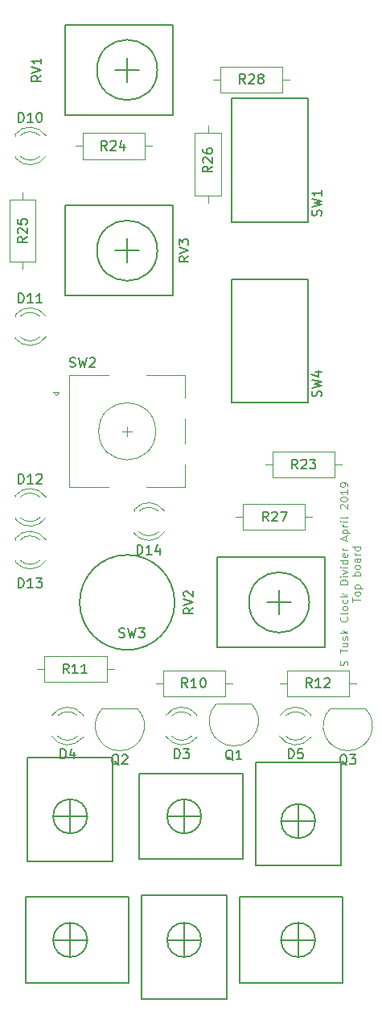
<source format=gbr>
G04 #@! TF.GenerationSoftware,KiCad,Pcbnew,(5.0.1)-3*
G04 #@! TF.CreationDate,2019-04-01T17:24:46+01:00*
G04 #@! TF.ProjectId,Fractional Clock divider PCB1 top board,4672616374696F6E616C20436C6F636B,rev?*
G04 #@! TF.SameCoordinates,Original*
G04 #@! TF.FileFunction,Legend,Top*
G04 #@! TF.FilePolarity,Positive*
%FSLAX46Y46*%
G04 Gerber Fmt 4.6, Leading zero omitted, Abs format (unit mm)*
G04 Created by KiCad (PCBNEW (5.0.1)-3) date 01/04/2019 17:24:46*
%MOMM*%
%LPD*%
G01*
G04 APERTURE LIST*
%ADD10C,0.100000*%
%ADD11C,0.150000*%
%ADD12C,0.120000*%
G04 APERTURE END LIST*
D10*
X52173809Y-84619047D02*
X52211904Y-84504761D01*
X52211904Y-84314285D01*
X52173809Y-84238095D01*
X52135714Y-84200000D01*
X52059523Y-84161904D01*
X51983333Y-84161904D01*
X51907142Y-84200000D01*
X51869047Y-84238095D01*
X51830952Y-84314285D01*
X51792857Y-84466666D01*
X51754761Y-84542857D01*
X51716666Y-84580952D01*
X51640476Y-84619047D01*
X51564285Y-84619047D01*
X51488095Y-84580952D01*
X51450000Y-84542857D01*
X51411904Y-84466666D01*
X51411904Y-84276190D01*
X51450000Y-84161904D01*
X51411904Y-83323809D02*
X51411904Y-82866666D01*
X52211904Y-83095238D02*
X51411904Y-83095238D01*
X51678571Y-82257142D02*
X52211904Y-82257142D01*
X51678571Y-82600000D02*
X52097619Y-82600000D01*
X52173809Y-82561904D01*
X52211904Y-82485714D01*
X52211904Y-82371428D01*
X52173809Y-82295238D01*
X52135714Y-82257142D01*
X52173809Y-81914285D02*
X52211904Y-81838095D01*
X52211904Y-81685714D01*
X52173809Y-81609523D01*
X52097619Y-81571428D01*
X52059523Y-81571428D01*
X51983333Y-81609523D01*
X51945238Y-81685714D01*
X51945238Y-81800000D01*
X51907142Y-81876190D01*
X51830952Y-81914285D01*
X51792857Y-81914285D01*
X51716666Y-81876190D01*
X51678571Y-81800000D01*
X51678571Y-81685714D01*
X51716666Y-81609523D01*
X52211904Y-81228571D02*
X51411904Y-81228571D01*
X51907142Y-81152380D02*
X52211904Y-80923809D01*
X51678571Y-80923809D02*
X51983333Y-81228571D01*
X52135714Y-79514285D02*
X52173809Y-79552380D01*
X52211904Y-79666666D01*
X52211904Y-79742857D01*
X52173809Y-79857142D01*
X52097619Y-79933333D01*
X52021428Y-79971428D01*
X51869047Y-80009523D01*
X51754761Y-80009523D01*
X51602380Y-79971428D01*
X51526190Y-79933333D01*
X51450000Y-79857142D01*
X51411904Y-79742857D01*
X51411904Y-79666666D01*
X51450000Y-79552380D01*
X51488095Y-79514285D01*
X52211904Y-79057142D02*
X52173809Y-79133333D01*
X52097619Y-79171428D01*
X51411904Y-79171428D01*
X52211904Y-78638095D02*
X52173809Y-78714285D01*
X52135714Y-78752380D01*
X52059523Y-78790476D01*
X51830952Y-78790476D01*
X51754761Y-78752380D01*
X51716666Y-78714285D01*
X51678571Y-78638095D01*
X51678571Y-78523809D01*
X51716666Y-78447619D01*
X51754761Y-78409523D01*
X51830952Y-78371428D01*
X52059523Y-78371428D01*
X52135714Y-78409523D01*
X52173809Y-78447619D01*
X52211904Y-78523809D01*
X52211904Y-78638095D01*
X52173809Y-77685714D02*
X52211904Y-77761904D01*
X52211904Y-77914285D01*
X52173809Y-77990476D01*
X52135714Y-78028571D01*
X52059523Y-78066666D01*
X51830952Y-78066666D01*
X51754761Y-78028571D01*
X51716666Y-77990476D01*
X51678571Y-77914285D01*
X51678571Y-77761904D01*
X51716666Y-77685714D01*
X52211904Y-77342857D02*
X51411904Y-77342857D01*
X51907142Y-77266666D02*
X52211904Y-77038095D01*
X51678571Y-77038095D02*
X51983333Y-77342857D01*
X52211904Y-76085714D02*
X51411904Y-76085714D01*
X51411904Y-75895238D01*
X51450000Y-75780952D01*
X51526190Y-75704761D01*
X51602380Y-75666666D01*
X51754761Y-75628571D01*
X51869047Y-75628571D01*
X52021428Y-75666666D01*
X52097619Y-75704761D01*
X52173809Y-75780952D01*
X52211904Y-75895238D01*
X52211904Y-76085714D01*
X52211904Y-75285714D02*
X51678571Y-75285714D01*
X51411904Y-75285714D02*
X51450000Y-75323809D01*
X51488095Y-75285714D01*
X51450000Y-75247619D01*
X51411904Y-75285714D01*
X51488095Y-75285714D01*
X51678571Y-74980952D02*
X52211904Y-74790476D01*
X51678571Y-74600000D01*
X52211904Y-74295238D02*
X51678571Y-74295238D01*
X51411904Y-74295238D02*
X51450000Y-74333333D01*
X51488095Y-74295238D01*
X51450000Y-74257142D01*
X51411904Y-74295238D01*
X51488095Y-74295238D01*
X52211904Y-73571428D02*
X51411904Y-73571428D01*
X52173809Y-73571428D02*
X52211904Y-73647619D01*
X52211904Y-73800000D01*
X52173809Y-73876190D01*
X52135714Y-73914285D01*
X52059523Y-73952380D01*
X51830952Y-73952380D01*
X51754761Y-73914285D01*
X51716666Y-73876190D01*
X51678571Y-73800000D01*
X51678571Y-73647619D01*
X51716666Y-73571428D01*
X52173809Y-72885714D02*
X52211904Y-72961904D01*
X52211904Y-73114285D01*
X52173809Y-73190476D01*
X52097619Y-73228571D01*
X51792857Y-73228571D01*
X51716666Y-73190476D01*
X51678571Y-73114285D01*
X51678571Y-72961904D01*
X51716666Y-72885714D01*
X51792857Y-72847619D01*
X51869047Y-72847619D01*
X51945238Y-73228571D01*
X52211904Y-72504761D02*
X51678571Y-72504761D01*
X51830952Y-72504761D02*
X51754761Y-72466666D01*
X51716666Y-72428571D01*
X51678571Y-72352380D01*
X51678571Y-72276190D01*
X51983333Y-71438095D02*
X51983333Y-71057142D01*
X52211904Y-71514285D02*
X51411904Y-71247619D01*
X52211904Y-70980952D01*
X51678571Y-70714285D02*
X52478571Y-70714285D01*
X51716666Y-70714285D02*
X51678571Y-70638095D01*
X51678571Y-70485714D01*
X51716666Y-70409523D01*
X51754761Y-70371428D01*
X51830952Y-70333333D01*
X52059523Y-70333333D01*
X52135714Y-70371428D01*
X52173809Y-70409523D01*
X52211904Y-70485714D01*
X52211904Y-70638095D01*
X52173809Y-70714285D01*
X52211904Y-69990476D02*
X51678571Y-69990476D01*
X51830952Y-69990476D02*
X51754761Y-69952380D01*
X51716666Y-69914285D01*
X51678571Y-69838095D01*
X51678571Y-69761904D01*
X52211904Y-69495238D02*
X51678571Y-69495238D01*
X51411904Y-69495238D02*
X51450000Y-69533333D01*
X51488095Y-69495238D01*
X51450000Y-69457142D01*
X51411904Y-69495238D01*
X51488095Y-69495238D01*
X52211904Y-69000000D02*
X52173809Y-69076190D01*
X52097619Y-69114285D01*
X51411904Y-69114285D01*
X51488095Y-68123809D02*
X51450000Y-68085714D01*
X51411904Y-68009523D01*
X51411904Y-67819047D01*
X51450000Y-67742857D01*
X51488095Y-67704761D01*
X51564285Y-67666666D01*
X51640476Y-67666666D01*
X51754761Y-67704761D01*
X52211904Y-68161904D01*
X52211904Y-67666666D01*
X51411904Y-67171428D02*
X51411904Y-67095238D01*
X51450000Y-67019047D01*
X51488095Y-66980952D01*
X51564285Y-66942857D01*
X51716666Y-66904761D01*
X51907142Y-66904761D01*
X52059523Y-66942857D01*
X52135714Y-66980952D01*
X52173809Y-67019047D01*
X52211904Y-67095238D01*
X52211904Y-67171428D01*
X52173809Y-67247619D01*
X52135714Y-67285714D01*
X52059523Y-67323809D01*
X51907142Y-67361904D01*
X51716666Y-67361904D01*
X51564285Y-67323809D01*
X51488095Y-67285714D01*
X51450000Y-67247619D01*
X51411904Y-67171428D01*
X52211904Y-66142857D02*
X52211904Y-66600000D01*
X52211904Y-66371428D02*
X51411904Y-66371428D01*
X51526190Y-66447619D01*
X51602380Y-66523809D01*
X51640476Y-66600000D01*
X52211904Y-65761904D02*
X52211904Y-65609523D01*
X52173809Y-65533333D01*
X52135714Y-65495238D01*
X52021428Y-65419047D01*
X51869047Y-65380952D01*
X51564285Y-65380952D01*
X51488095Y-65419047D01*
X51450000Y-65457142D01*
X51411904Y-65533333D01*
X51411904Y-65685714D01*
X51450000Y-65761904D01*
X51488095Y-65800000D01*
X51564285Y-65838095D01*
X51754761Y-65838095D01*
X51830952Y-65800000D01*
X51869047Y-65761904D01*
X51907142Y-65685714D01*
X51907142Y-65533333D01*
X51869047Y-65457142D01*
X51830952Y-65419047D01*
X51754761Y-65380952D01*
X52711904Y-77952380D02*
X52711904Y-77495238D01*
X53511904Y-77723809D02*
X52711904Y-77723809D01*
X53511904Y-77114285D02*
X53473809Y-77190476D01*
X53435714Y-77228571D01*
X53359523Y-77266666D01*
X53130952Y-77266666D01*
X53054761Y-77228571D01*
X53016666Y-77190476D01*
X52978571Y-77114285D01*
X52978571Y-77000000D01*
X53016666Y-76923809D01*
X53054761Y-76885714D01*
X53130952Y-76847619D01*
X53359523Y-76847619D01*
X53435714Y-76885714D01*
X53473809Y-76923809D01*
X53511904Y-77000000D01*
X53511904Y-77114285D01*
X52978571Y-76504761D02*
X53778571Y-76504761D01*
X53016666Y-76504761D02*
X52978571Y-76428571D01*
X52978571Y-76276190D01*
X53016666Y-76200000D01*
X53054761Y-76161904D01*
X53130952Y-76123809D01*
X53359523Y-76123809D01*
X53435714Y-76161904D01*
X53473809Y-76200000D01*
X53511904Y-76276190D01*
X53511904Y-76428571D01*
X53473809Y-76504761D01*
X53511904Y-75171428D02*
X52711904Y-75171428D01*
X53016666Y-75171428D02*
X52978571Y-75095238D01*
X52978571Y-74942857D01*
X53016666Y-74866666D01*
X53054761Y-74828571D01*
X53130952Y-74790476D01*
X53359523Y-74790476D01*
X53435714Y-74828571D01*
X53473809Y-74866666D01*
X53511904Y-74942857D01*
X53511904Y-75095238D01*
X53473809Y-75171428D01*
X53511904Y-74333333D02*
X53473809Y-74409523D01*
X53435714Y-74447619D01*
X53359523Y-74485714D01*
X53130952Y-74485714D01*
X53054761Y-74447619D01*
X53016666Y-74409523D01*
X52978571Y-74333333D01*
X52978571Y-74219047D01*
X53016666Y-74142857D01*
X53054761Y-74104761D01*
X53130952Y-74066666D01*
X53359523Y-74066666D01*
X53435714Y-74104761D01*
X53473809Y-74142857D01*
X53511904Y-74219047D01*
X53511904Y-74333333D01*
X53511904Y-73380952D02*
X53092857Y-73380952D01*
X53016666Y-73419047D01*
X52978571Y-73495238D01*
X52978571Y-73647619D01*
X53016666Y-73723809D01*
X53473809Y-73380952D02*
X53511904Y-73457142D01*
X53511904Y-73647619D01*
X53473809Y-73723809D01*
X53397619Y-73761904D01*
X53321428Y-73761904D01*
X53245238Y-73723809D01*
X53207142Y-73647619D01*
X53207142Y-73457142D01*
X53169047Y-73380952D01*
X53511904Y-73000000D02*
X52978571Y-73000000D01*
X53130952Y-73000000D02*
X53054761Y-72961904D01*
X53016666Y-72923809D01*
X52978571Y-72847619D01*
X52978571Y-72771428D01*
X53511904Y-72161904D02*
X52711904Y-72161904D01*
X53473809Y-72161904D02*
X53511904Y-72238095D01*
X53511904Y-72390476D01*
X53473809Y-72466666D01*
X53435714Y-72504761D01*
X53359523Y-72542857D01*
X53130952Y-72542857D01*
X53054761Y-72504761D01*
X53016666Y-72466666D01*
X52978571Y-72390476D01*
X52978571Y-72238095D01*
X53016666Y-72161904D01*
D11*
G04 #@! TO.C,CV_in1*
X40800000Y-118000000D02*
X40800000Y-109000000D01*
X51700000Y-118000000D02*
X51700000Y-109000000D01*
X40800000Y-118000000D02*
X51700000Y-118000000D01*
X40800000Y-109000000D02*
X51700000Y-109000000D01*
X48800000Y-113500000D02*
G75*
G03X48800000Y-113500000I-1800000J0D01*
G01*
X45200000Y-113500000D02*
X48800000Y-113500000D01*
X47000000Y-115300000D02*
X47000000Y-111700000D01*
G04 #@! TO.C,Reset_In1*
X39500000Y-119700000D02*
X30500000Y-119700000D01*
X39500000Y-108800000D02*
X30500000Y-108800000D01*
X39500000Y-119700000D02*
X39500000Y-108800000D01*
X30500000Y-119700000D02*
X30500000Y-108800000D01*
X36800000Y-113500000D02*
G75*
G03X36800000Y-113500000I-1800000J0D01*
G01*
X35000000Y-115300000D02*
X35000000Y-111700000D01*
X36800000Y-113500000D02*
X33200000Y-113500000D01*
G04 #@! TO.C,Trigger/Clock_in1*
X29200000Y-109000000D02*
X29200000Y-118000000D01*
X18300000Y-109000000D02*
X18300000Y-118000000D01*
X29200000Y-109000000D02*
X18300000Y-109000000D01*
X29200000Y-118000000D02*
X18300000Y-118000000D01*
X24800000Y-113500000D02*
G75*
G03X24800000Y-113500000I-1800000J0D01*
G01*
X24800000Y-113500000D02*
X21200000Y-113500000D01*
X23000000Y-111700000D02*
X23000000Y-115300000D01*
G04 #@! TO.C,DigiThruJack1*
X42500000Y-94800000D02*
X51500000Y-94800000D01*
X42500000Y-105700000D02*
X51500000Y-105700000D01*
X42500000Y-94800000D02*
X42500000Y-105700000D01*
X51500000Y-94800000D02*
X51500000Y-105700000D01*
X48800000Y-101000000D02*
G75*
G03X48800000Y-101000000I-1800000J0D01*
G01*
X47000000Y-99200000D02*
X47000000Y-102800000D01*
X45200000Y-101000000D02*
X48800000Y-101000000D01*
G04 #@! TO.C,CycleOutJack1*
X41200000Y-96000000D02*
X41200000Y-105000000D01*
X30300000Y-96000000D02*
X30300000Y-105000000D01*
X41200000Y-96000000D02*
X30300000Y-96000000D01*
X41200000Y-105000000D02*
X30300000Y-105000000D01*
X36800000Y-100500000D02*
G75*
G03X36800000Y-100500000I-1800000J0D01*
G01*
X36800000Y-100500000D02*
X33200000Y-100500000D01*
X35000000Y-98700000D02*
X35000000Y-102300000D01*
G04 #@! TO.C,DigiOutJack1*
X18500000Y-94300000D02*
X27500000Y-94300000D01*
X18500000Y-105200000D02*
X27500000Y-105200000D01*
X18500000Y-94300000D02*
X18500000Y-105200000D01*
X27500000Y-94300000D02*
X27500000Y-105200000D01*
X24800000Y-100500000D02*
G75*
G03X24800000Y-100500000I-1800000J0D01*
G01*
X23000000Y-98700000D02*
X23000000Y-102300000D01*
X21200000Y-100500000D02*
X24800000Y-100500000D01*
G04 #@! TO.C,RV1*
X33850000Y-17250000D02*
X33850000Y-26750000D01*
X22500000Y-17250000D02*
X22500000Y-26750000D01*
X33850000Y-26750000D02*
X22500000Y-26750000D01*
X33850000Y-17250000D02*
X22500000Y-17250000D01*
X32175000Y-22000000D02*
G75*
G03X32175000Y-22000000I-3175000J0D01*
G01*
X30270000Y-22000000D02*
X27730000Y-22000000D01*
X29000000Y-20730000D02*
X29000000Y-23270000D01*
G04 #@! TO.C,RV2*
X49850000Y-73250000D02*
X49850000Y-82750000D01*
X38500000Y-73250000D02*
X38500000Y-82750000D01*
X49850000Y-82750000D02*
X38500000Y-82750000D01*
X49850000Y-73250000D02*
X38500000Y-73250000D01*
X48175000Y-78000000D02*
G75*
G03X48175000Y-78000000I-3175000J0D01*
G01*
X46270000Y-78000000D02*
X43730000Y-78000000D01*
X45000000Y-76730000D02*
X45000000Y-79270000D01*
G04 #@! TO.C,RV3*
X33850000Y-36250000D02*
X33850000Y-45750000D01*
X22500000Y-36250000D02*
X22500000Y-45750000D01*
X33850000Y-45750000D02*
X22500000Y-45750000D01*
X33850000Y-36250000D02*
X22500000Y-36250000D01*
X32175000Y-41000000D02*
G75*
G03X32175000Y-41000000I-3175000J0D01*
G01*
X30270000Y-41000000D02*
X27730000Y-41000000D01*
X29000000Y-39730000D02*
X29000000Y-42270000D01*
D12*
G04 #@! TO.C,R27*
X41150000Y-67630000D02*
X41150000Y-70370000D01*
X41150000Y-70370000D02*
X47690000Y-70370000D01*
X47690000Y-70370000D02*
X47690000Y-67630000D01*
X47690000Y-67630000D02*
X41150000Y-67630000D01*
X40380000Y-69000000D02*
X41150000Y-69000000D01*
X48460000Y-69000000D02*
X47690000Y-69000000D01*
G04 #@! TO.C,D3*
X36290000Y-89920000D02*
X36290000Y-89764000D01*
X36290000Y-92236000D02*
X36290000Y-92080000D01*
X33688870Y-89920163D02*
G75*
G02X35770961Y-89920000I1041130J-1079837D01*
G01*
X33688870Y-92079837D02*
G75*
G03X35770961Y-92080000I1041130J1079837D01*
G01*
X33057665Y-89921392D02*
G75*
G02X36290000Y-89764484I1672335J-1078608D01*
G01*
X33057665Y-92078608D02*
G75*
G03X36290000Y-92235516I1672335J1078608D01*
G01*
G04 #@! TO.C,D4*
X21057665Y-92078608D02*
G75*
G03X24290000Y-92235516I1672335J1078608D01*
G01*
X21057665Y-89921392D02*
G75*
G02X24290000Y-89764484I1672335J-1078608D01*
G01*
X21688870Y-92079837D02*
G75*
G03X23770961Y-92080000I1041130J1079837D01*
G01*
X21688870Y-89920163D02*
G75*
G02X23770961Y-89920000I1041130J-1079837D01*
G01*
X24290000Y-92236000D02*
X24290000Y-92080000D01*
X24290000Y-89920000D02*
X24290000Y-89764000D01*
G04 #@! TO.C,D5*
X48290000Y-89920000D02*
X48290000Y-89764000D01*
X48290000Y-92236000D02*
X48290000Y-92080000D01*
X45688870Y-89920163D02*
G75*
G02X47770961Y-89920000I1041130J-1079837D01*
G01*
X45688870Y-92079837D02*
G75*
G03X47770961Y-92080000I1041130J1079837D01*
G01*
X45057665Y-89921392D02*
G75*
G02X48290000Y-89764484I1672335J-1078608D01*
G01*
X45057665Y-92078608D02*
G75*
G03X48290000Y-92235516I1672335J1078608D01*
G01*
G04 #@! TO.C,D10*
X20442335Y-28921392D02*
G75*
G03X17210000Y-28764484I-1672335J-1078608D01*
G01*
X20442335Y-31078608D02*
G75*
G02X17210000Y-31235516I-1672335J1078608D01*
G01*
X19811130Y-28920163D02*
G75*
G03X17729039Y-28920000I-1041130J-1079837D01*
G01*
X19811130Y-31079837D02*
G75*
G02X17729039Y-31080000I-1041130J1079837D01*
G01*
X17210000Y-28764000D02*
X17210000Y-28920000D01*
X17210000Y-31080000D02*
X17210000Y-31236000D01*
G04 #@! TO.C,D11*
X17210000Y-50080000D02*
X17210000Y-50236000D01*
X17210000Y-47764000D02*
X17210000Y-47920000D01*
X19811130Y-50079837D02*
G75*
G02X17729039Y-50080000I-1041130J1079837D01*
G01*
X19811130Y-47920163D02*
G75*
G03X17729039Y-47920000I-1041130J-1079837D01*
G01*
X20442335Y-50078608D02*
G75*
G02X17210000Y-50235516I-1672335J1078608D01*
G01*
X20442335Y-47921392D02*
G75*
G03X17210000Y-47764484I-1672335J-1078608D01*
G01*
G04 #@! TO.C,D12*
X20442335Y-66921392D02*
G75*
G03X17210000Y-66764484I-1672335J-1078608D01*
G01*
X20442335Y-69078608D02*
G75*
G02X17210000Y-69235516I-1672335J1078608D01*
G01*
X19811130Y-66920163D02*
G75*
G03X17729039Y-66920000I-1041130J-1079837D01*
G01*
X19811130Y-69079837D02*
G75*
G02X17729039Y-69080000I-1041130J1079837D01*
G01*
X17210000Y-66764000D02*
X17210000Y-66920000D01*
X17210000Y-69080000D02*
X17210000Y-69236000D01*
G04 #@! TO.C,D13*
X20442335Y-71421392D02*
G75*
G03X17210000Y-71264484I-1672335J-1078608D01*
G01*
X20442335Y-73578608D02*
G75*
G02X17210000Y-73735516I-1672335J1078608D01*
G01*
X19811130Y-71420163D02*
G75*
G03X17729039Y-71420000I-1041130J-1079837D01*
G01*
X19811130Y-73579837D02*
G75*
G02X17729039Y-73580000I-1041130J1079837D01*
G01*
X17210000Y-71264000D02*
X17210000Y-71420000D01*
X17210000Y-73580000D02*
X17210000Y-73736000D01*
G04 #@! TO.C,D14*
X29710000Y-70580000D02*
X29710000Y-70736000D01*
X29710000Y-68264000D02*
X29710000Y-68420000D01*
X32311130Y-70579837D02*
G75*
G02X30229039Y-70580000I-1041130J1079837D01*
G01*
X32311130Y-68420163D02*
G75*
G03X30229039Y-68420000I-1041130J-1079837D01*
G01*
X32942335Y-70578608D02*
G75*
G02X29710000Y-70735516I-1672335J1078608D01*
G01*
X32942335Y-68421392D02*
G75*
G03X29710000Y-68264484I-1672335J-1078608D01*
G01*
G04 #@! TO.C,Q1*
X42030000Y-88650000D02*
X38430000Y-88650000D01*
X42068478Y-88661522D02*
G75*
G02X40230000Y-93100000I-1838478J-1838478D01*
G01*
X38391522Y-88661522D02*
G75*
G03X40230000Y-93100000I1838478J-1838478D01*
G01*
G04 #@! TO.C,Q2*
X30030000Y-89150000D02*
X26430000Y-89150000D01*
X30068478Y-89161522D02*
G75*
G02X28230000Y-93600000I-1838478J-1838478D01*
G01*
X26391522Y-89161522D02*
G75*
G03X28230000Y-93600000I1838478J-1838478D01*
G01*
G04 #@! TO.C,Q3*
X50391522Y-89161522D02*
G75*
G03X52230000Y-93600000I1838478J-1838478D01*
G01*
X54068478Y-89161522D02*
G75*
G02X52230000Y-93600000I-1838478J-1838478D01*
G01*
X54030000Y-89150000D02*
X50430000Y-89150000D01*
G04 #@! TO.C,R10*
X40120000Y-86500000D02*
X39350000Y-86500000D01*
X32040000Y-86500000D02*
X32810000Y-86500000D01*
X39350000Y-85130000D02*
X32810000Y-85130000D01*
X39350000Y-87870000D02*
X39350000Y-85130000D01*
X32810000Y-87870000D02*
X39350000Y-87870000D01*
X32810000Y-85130000D02*
X32810000Y-87870000D01*
G04 #@! TO.C,R11*
X20310000Y-83630000D02*
X20310000Y-86370000D01*
X20310000Y-86370000D02*
X26850000Y-86370000D01*
X26850000Y-86370000D02*
X26850000Y-83630000D01*
X26850000Y-83630000D02*
X20310000Y-83630000D01*
X19540000Y-85000000D02*
X20310000Y-85000000D01*
X27620000Y-85000000D02*
X26850000Y-85000000D01*
G04 #@! TO.C,R12*
X53120000Y-86500000D02*
X52350000Y-86500000D01*
X45040000Y-86500000D02*
X45810000Y-86500000D01*
X52350000Y-85130000D02*
X45810000Y-85130000D01*
X52350000Y-87870000D02*
X52350000Y-85130000D01*
X45810000Y-87870000D02*
X52350000Y-87870000D01*
X45810000Y-85130000D02*
X45810000Y-87870000D01*
G04 #@! TO.C,R23*
X51620000Y-63500000D02*
X50850000Y-63500000D01*
X43540000Y-63500000D02*
X44310000Y-63500000D01*
X50850000Y-62130000D02*
X44310000Y-62130000D01*
X50850000Y-64870000D02*
X50850000Y-62130000D01*
X44310000Y-64870000D02*
X50850000Y-64870000D01*
X44310000Y-62130000D02*
X44310000Y-64870000D01*
G04 #@! TO.C,R24*
X31620000Y-30000000D02*
X30850000Y-30000000D01*
X23540000Y-30000000D02*
X24310000Y-30000000D01*
X30850000Y-28630000D02*
X24310000Y-28630000D01*
X30850000Y-31370000D02*
X30850000Y-28630000D01*
X24310000Y-31370000D02*
X30850000Y-31370000D01*
X24310000Y-28630000D02*
X24310000Y-31370000D01*
G04 #@! TO.C,R25*
X16630000Y-42190000D02*
X19370000Y-42190000D01*
X19370000Y-42190000D02*
X19370000Y-35650000D01*
X19370000Y-35650000D02*
X16630000Y-35650000D01*
X16630000Y-35650000D02*
X16630000Y-42190000D01*
X18000000Y-42960000D02*
X18000000Y-42190000D01*
X18000000Y-34880000D02*
X18000000Y-35650000D01*
G04 #@! TO.C,R26*
X37500000Y-27880000D02*
X37500000Y-28650000D01*
X37500000Y-35960000D02*
X37500000Y-35190000D01*
X36130000Y-28650000D02*
X36130000Y-35190000D01*
X38870000Y-28650000D02*
X36130000Y-28650000D01*
X38870000Y-35190000D02*
X38870000Y-28650000D01*
X36130000Y-35190000D02*
X38870000Y-35190000D01*
G04 #@! TO.C,R28*
X38810000Y-21630000D02*
X38810000Y-24370000D01*
X38810000Y-24370000D02*
X45350000Y-24370000D01*
X45350000Y-24370000D02*
X45350000Y-21630000D01*
X45350000Y-21630000D02*
X38810000Y-21630000D01*
X38040000Y-23000000D02*
X38810000Y-23000000D01*
X46120000Y-23000000D02*
X45350000Y-23000000D01*
D11*
G04 #@! TO.C,SW1*
X48000000Y-38000000D02*
X40000000Y-38000000D01*
X48000000Y-25000000D02*
X48000000Y-38000000D01*
X40000000Y-25000000D02*
X48000000Y-25000000D01*
X40000000Y-38000000D02*
X40000000Y-25000000D01*
D12*
G04 #@! TO.C,SW2*
X32000000Y-60000000D02*
G75*
G03X32000000Y-60000000I-3000000J0D01*
G01*
X31000000Y-54100000D02*
X35100000Y-54100000D01*
X35100000Y-65900000D02*
X31000000Y-65900000D01*
X27000000Y-65900000D02*
X22900000Y-65900000D01*
X27000000Y-54100000D02*
X22900000Y-54100000D01*
X22900000Y-54100000D02*
X22900000Y-65900000D01*
X21500000Y-56200000D02*
X21200000Y-55900000D01*
X21200000Y-55900000D02*
X21800000Y-55900000D01*
X21800000Y-55900000D02*
X21500000Y-56200000D01*
X35100000Y-54100000D02*
X35100000Y-56500000D01*
X35100000Y-58700000D02*
X35100000Y-61300000D01*
X35100000Y-63500000D02*
X35100000Y-65900000D01*
X29000000Y-59500000D02*
X29000000Y-60500000D01*
X28500000Y-60000000D02*
X29500000Y-60000000D01*
D11*
G04 #@! TO.C,SW3*
X34000000Y-78000000D02*
G75*
G03X34000000Y-78000000I-5000000J0D01*
G01*
G04 #@! TO.C,SW4*
X40000000Y-57000000D02*
X40000000Y-44000000D01*
X40000000Y-44000000D02*
X48000000Y-44000000D01*
X48000000Y-44000000D02*
X48000000Y-57000000D01*
X48000000Y-57000000D02*
X40000000Y-57000000D01*
G04 #@! TO.C,RV1*
X19952380Y-22595238D02*
X19476190Y-22928571D01*
X19952380Y-23166666D02*
X18952380Y-23166666D01*
X18952380Y-22785714D01*
X19000000Y-22690476D01*
X19047619Y-22642857D01*
X19142857Y-22595238D01*
X19285714Y-22595238D01*
X19380952Y-22642857D01*
X19428571Y-22690476D01*
X19476190Y-22785714D01*
X19476190Y-23166666D01*
X18952380Y-22309523D02*
X19952380Y-21976190D01*
X18952380Y-21642857D01*
X19952380Y-20785714D02*
X19952380Y-21357142D01*
X19952380Y-21071428D02*
X18952380Y-21071428D01*
X19095238Y-21166666D01*
X19190476Y-21261904D01*
X19238095Y-21357142D01*
G04 #@! TO.C,RV2*
X35952380Y-78595238D02*
X35476190Y-78928571D01*
X35952380Y-79166666D02*
X34952380Y-79166666D01*
X34952380Y-78785714D01*
X35000000Y-78690476D01*
X35047619Y-78642857D01*
X35142857Y-78595238D01*
X35285714Y-78595238D01*
X35380952Y-78642857D01*
X35428571Y-78690476D01*
X35476190Y-78785714D01*
X35476190Y-79166666D01*
X34952380Y-78309523D02*
X35952380Y-77976190D01*
X34952380Y-77642857D01*
X35047619Y-77357142D02*
X35000000Y-77309523D01*
X34952380Y-77214285D01*
X34952380Y-76976190D01*
X35000000Y-76880952D01*
X35047619Y-76833333D01*
X35142857Y-76785714D01*
X35238095Y-76785714D01*
X35380952Y-76833333D01*
X35952380Y-77404761D01*
X35952380Y-76785714D01*
G04 #@! TO.C,RV3*
X35452380Y-41595238D02*
X34976190Y-41928571D01*
X35452380Y-42166666D02*
X34452380Y-42166666D01*
X34452380Y-41785714D01*
X34500000Y-41690476D01*
X34547619Y-41642857D01*
X34642857Y-41595238D01*
X34785714Y-41595238D01*
X34880952Y-41642857D01*
X34928571Y-41690476D01*
X34976190Y-41785714D01*
X34976190Y-42166666D01*
X34452380Y-41309523D02*
X35452380Y-40976190D01*
X34452380Y-40642857D01*
X34452380Y-40404761D02*
X34452380Y-39785714D01*
X34833333Y-40119047D01*
X34833333Y-39976190D01*
X34880952Y-39880952D01*
X34928571Y-39833333D01*
X35023809Y-39785714D01*
X35261904Y-39785714D01*
X35357142Y-39833333D01*
X35404761Y-39880952D01*
X35452380Y-39976190D01*
X35452380Y-40261904D01*
X35404761Y-40357142D01*
X35357142Y-40404761D01*
G04 #@! TO.C,R27*
X43857142Y-69452380D02*
X43523809Y-68976190D01*
X43285714Y-69452380D02*
X43285714Y-68452380D01*
X43666666Y-68452380D01*
X43761904Y-68500000D01*
X43809523Y-68547619D01*
X43857142Y-68642857D01*
X43857142Y-68785714D01*
X43809523Y-68880952D01*
X43761904Y-68928571D01*
X43666666Y-68976190D01*
X43285714Y-68976190D01*
X44238095Y-68547619D02*
X44285714Y-68500000D01*
X44380952Y-68452380D01*
X44619047Y-68452380D01*
X44714285Y-68500000D01*
X44761904Y-68547619D01*
X44809523Y-68642857D01*
X44809523Y-68738095D01*
X44761904Y-68880952D01*
X44190476Y-69452380D01*
X44809523Y-69452380D01*
X45142857Y-68452380D02*
X45809523Y-68452380D01*
X45380952Y-69452380D01*
G04 #@! TO.C,D3*
X33991904Y-94412380D02*
X33991904Y-93412380D01*
X34230000Y-93412380D01*
X34372857Y-93460000D01*
X34468095Y-93555238D01*
X34515714Y-93650476D01*
X34563333Y-93840952D01*
X34563333Y-93983809D01*
X34515714Y-94174285D01*
X34468095Y-94269523D01*
X34372857Y-94364761D01*
X34230000Y-94412380D01*
X33991904Y-94412380D01*
X34896666Y-93412380D02*
X35515714Y-93412380D01*
X35182380Y-93793333D01*
X35325238Y-93793333D01*
X35420476Y-93840952D01*
X35468095Y-93888571D01*
X35515714Y-93983809D01*
X35515714Y-94221904D01*
X35468095Y-94317142D01*
X35420476Y-94364761D01*
X35325238Y-94412380D01*
X35039523Y-94412380D01*
X34944285Y-94364761D01*
X34896666Y-94317142D01*
G04 #@! TO.C,D4*
X21991904Y-94412380D02*
X21991904Y-93412380D01*
X22230000Y-93412380D01*
X22372857Y-93460000D01*
X22468095Y-93555238D01*
X22515714Y-93650476D01*
X22563333Y-93840952D01*
X22563333Y-93983809D01*
X22515714Y-94174285D01*
X22468095Y-94269523D01*
X22372857Y-94364761D01*
X22230000Y-94412380D01*
X21991904Y-94412380D01*
X23420476Y-93745714D02*
X23420476Y-94412380D01*
X23182380Y-93364761D02*
X22944285Y-94079047D01*
X23563333Y-94079047D01*
G04 #@! TO.C,D5*
X45991904Y-94412380D02*
X45991904Y-93412380D01*
X46230000Y-93412380D01*
X46372857Y-93460000D01*
X46468095Y-93555238D01*
X46515714Y-93650476D01*
X46563333Y-93840952D01*
X46563333Y-93983809D01*
X46515714Y-94174285D01*
X46468095Y-94269523D01*
X46372857Y-94364761D01*
X46230000Y-94412380D01*
X45991904Y-94412380D01*
X47468095Y-93412380D02*
X46991904Y-93412380D01*
X46944285Y-93888571D01*
X46991904Y-93840952D01*
X47087142Y-93793333D01*
X47325238Y-93793333D01*
X47420476Y-93840952D01*
X47468095Y-93888571D01*
X47515714Y-93983809D01*
X47515714Y-94221904D01*
X47468095Y-94317142D01*
X47420476Y-94364761D01*
X47325238Y-94412380D01*
X47087142Y-94412380D01*
X46991904Y-94364761D01*
X46944285Y-94317142D01*
G04 #@! TO.C,D10*
X17555714Y-27492380D02*
X17555714Y-26492380D01*
X17793809Y-26492380D01*
X17936666Y-26540000D01*
X18031904Y-26635238D01*
X18079523Y-26730476D01*
X18127142Y-26920952D01*
X18127142Y-27063809D01*
X18079523Y-27254285D01*
X18031904Y-27349523D01*
X17936666Y-27444761D01*
X17793809Y-27492380D01*
X17555714Y-27492380D01*
X19079523Y-27492380D02*
X18508095Y-27492380D01*
X18793809Y-27492380D02*
X18793809Y-26492380D01*
X18698571Y-26635238D01*
X18603333Y-26730476D01*
X18508095Y-26778095D01*
X19698571Y-26492380D02*
X19793809Y-26492380D01*
X19889047Y-26540000D01*
X19936666Y-26587619D01*
X19984285Y-26682857D01*
X20031904Y-26873333D01*
X20031904Y-27111428D01*
X19984285Y-27301904D01*
X19936666Y-27397142D01*
X19889047Y-27444761D01*
X19793809Y-27492380D01*
X19698571Y-27492380D01*
X19603333Y-27444761D01*
X19555714Y-27397142D01*
X19508095Y-27301904D01*
X19460476Y-27111428D01*
X19460476Y-26873333D01*
X19508095Y-26682857D01*
X19555714Y-26587619D01*
X19603333Y-26540000D01*
X19698571Y-26492380D01*
G04 #@! TO.C,D11*
X17555714Y-46492380D02*
X17555714Y-45492380D01*
X17793809Y-45492380D01*
X17936666Y-45540000D01*
X18031904Y-45635238D01*
X18079523Y-45730476D01*
X18127142Y-45920952D01*
X18127142Y-46063809D01*
X18079523Y-46254285D01*
X18031904Y-46349523D01*
X17936666Y-46444761D01*
X17793809Y-46492380D01*
X17555714Y-46492380D01*
X19079523Y-46492380D02*
X18508095Y-46492380D01*
X18793809Y-46492380D02*
X18793809Y-45492380D01*
X18698571Y-45635238D01*
X18603333Y-45730476D01*
X18508095Y-45778095D01*
X20031904Y-46492380D02*
X19460476Y-46492380D01*
X19746190Y-46492380D02*
X19746190Y-45492380D01*
X19650952Y-45635238D01*
X19555714Y-45730476D01*
X19460476Y-45778095D01*
G04 #@! TO.C,D12*
X17555714Y-65492380D02*
X17555714Y-64492380D01*
X17793809Y-64492380D01*
X17936666Y-64540000D01*
X18031904Y-64635238D01*
X18079523Y-64730476D01*
X18127142Y-64920952D01*
X18127142Y-65063809D01*
X18079523Y-65254285D01*
X18031904Y-65349523D01*
X17936666Y-65444761D01*
X17793809Y-65492380D01*
X17555714Y-65492380D01*
X19079523Y-65492380D02*
X18508095Y-65492380D01*
X18793809Y-65492380D02*
X18793809Y-64492380D01*
X18698571Y-64635238D01*
X18603333Y-64730476D01*
X18508095Y-64778095D01*
X19460476Y-64587619D02*
X19508095Y-64540000D01*
X19603333Y-64492380D01*
X19841428Y-64492380D01*
X19936666Y-64540000D01*
X19984285Y-64587619D01*
X20031904Y-64682857D01*
X20031904Y-64778095D01*
X19984285Y-64920952D01*
X19412857Y-65492380D01*
X20031904Y-65492380D01*
G04 #@! TO.C,D13*
X17555714Y-76452380D02*
X17555714Y-75452380D01*
X17793809Y-75452380D01*
X17936666Y-75500000D01*
X18031904Y-75595238D01*
X18079523Y-75690476D01*
X18127142Y-75880952D01*
X18127142Y-76023809D01*
X18079523Y-76214285D01*
X18031904Y-76309523D01*
X17936666Y-76404761D01*
X17793809Y-76452380D01*
X17555714Y-76452380D01*
X19079523Y-76452380D02*
X18508095Y-76452380D01*
X18793809Y-76452380D02*
X18793809Y-75452380D01*
X18698571Y-75595238D01*
X18603333Y-75690476D01*
X18508095Y-75738095D01*
X19412857Y-75452380D02*
X20031904Y-75452380D01*
X19698571Y-75833333D01*
X19841428Y-75833333D01*
X19936666Y-75880952D01*
X19984285Y-75928571D01*
X20031904Y-76023809D01*
X20031904Y-76261904D01*
X19984285Y-76357142D01*
X19936666Y-76404761D01*
X19841428Y-76452380D01*
X19555714Y-76452380D01*
X19460476Y-76404761D01*
X19412857Y-76357142D01*
G04 #@! TO.C,D14*
X30055714Y-72952380D02*
X30055714Y-71952380D01*
X30293809Y-71952380D01*
X30436666Y-72000000D01*
X30531904Y-72095238D01*
X30579523Y-72190476D01*
X30627142Y-72380952D01*
X30627142Y-72523809D01*
X30579523Y-72714285D01*
X30531904Y-72809523D01*
X30436666Y-72904761D01*
X30293809Y-72952380D01*
X30055714Y-72952380D01*
X31579523Y-72952380D02*
X31008095Y-72952380D01*
X31293809Y-72952380D02*
X31293809Y-71952380D01*
X31198571Y-72095238D01*
X31103333Y-72190476D01*
X31008095Y-72238095D01*
X32436666Y-72285714D02*
X32436666Y-72952380D01*
X32198571Y-71904761D02*
X31960476Y-72619047D01*
X32579523Y-72619047D01*
G04 #@! TO.C,Q1*
X40134761Y-94607619D02*
X40039523Y-94560000D01*
X39944285Y-94464761D01*
X39801428Y-94321904D01*
X39706190Y-94274285D01*
X39610952Y-94274285D01*
X39658571Y-94512380D02*
X39563333Y-94464761D01*
X39468095Y-94369523D01*
X39420476Y-94179047D01*
X39420476Y-93845714D01*
X39468095Y-93655238D01*
X39563333Y-93560000D01*
X39658571Y-93512380D01*
X39849047Y-93512380D01*
X39944285Y-93560000D01*
X40039523Y-93655238D01*
X40087142Y-93845714D01*
X40087142Y-94179047D01*
X40039523Y-94369523D01*
X39944285Y-94464761D01*
X39849047Y-94512380D01*
X39658571Y-94512380D01*
X41039523Y-94512380D02*
X40468095Y-94512380D01*
X40753809Y-94512380D02*
X40753809Y-93512380D01*
X40658571Y-93655238D01*
X40563333Y-93750476D01*
X40468095Y-93798095D01*
G04 #@! TO.C,Q2*
X28134761Y-95107619D02*
X28039523Y-95060000D01*
X27944285Y-94964761D01*
X27801428Y-94821904D01*
X27706190Y-94774285D01*
X27610952Y-94774285D01*
X27658571Y-95012380D02*
X27563333Y-94964761D01*
X27468095Y-94869523D01*
X27420476Y-94679047D01*
X27420476Y-94345714D01*
X27468095Y-94155238D01*
X27563333Y-94060000D01*
X27658571Y-94012380D01*
X27849047Y-94012380D01*
X27944285Y-94060000D01*
X28039523Y-94155238D01*
X28087142Y-94345714D01*
X28087142Y-94679047D01*
X28039523Y-94869523D01*
X27944285Y-94964761D01*
X27849047Y-95012380D01*
X27658571Y-95012380D01*
X28468095Y-94107619D02*
X28515714Y-94060000D01*
X28610952Y-94012380D01*
X28849047Y-94012380D01*
X28944285Y-94060000D01*
X28991904Y-94107619D01*
X29039523Y-94202857D01*
X29039523Y-94298095D01*
X28991904Y-94440952D01*
X28420476Y-95012380D01*
X29039523Y-95012380D01*
G04 #@! TO.C,Q3*
X52134761Y-95107619D02*
X52039523Y-95060000D01*
X51944285Y-94964761D01*
X51801428Y-94821904D01*
X51706190Y-94774285D01*
X51610952Y-94774285D01*
X51658571Y-95012380D02*
X51563333Y-94964761D01*
X51468095Y-94869523D01*
X51420476Y-94679047D01*
X51420476Y-94345714D01*
X51468095Y-94155238D01*
X51563333Y-94060000D01*
X51658571Y-94012380D01*
X51849047Y-94012380D01*
X51944285Y-94060000D01*
X52039523Y-94155238D01*
X52087142Y-94345714D01*
X52087142Y-94679047D01*
X52039523Y-94869523D01*
X51944285Y-94964761D01*
X51849047Y-95012380D01*
X51658571Y-95012380D01*
X52420476Y-94012380D02*
X53039523Y-94012380D01*
X52706190Y-94393333D01*
X52849047Y-94393333D01*
X52944285Y-94440952D01*
X52991904Y-94488571D01*
X53039523Y-94583809D01*
X53039523Y-94821904D01*
X52991904Y-94917142D01*
X52944285Y-94964761D01*
X52849047Y-95012380D01*
X52563333Y-95012380D01*
X52468095Y-94964761D01*
X52420476Y-94917142D01*
G04 #@! TO.C,R10*
X35357142Y-86952380D02*
X35023809Y-86476190D01*
X34785714Y-86952380D02*
X34785714Y-85952380D01*
X35166666Y-85952380D01*
X35261904Y-86000000D01*
X35309523Y-86047619D01*
X35357142Y-86142857D01*
X35357142Y-86285714D01*
X35309523Y-86380952D01*
X35261904Y-86428571D01*
X35166666Y-86476190D01*
X34785714Y-86476190D01*
X36309523Y-86952380D02*
X35738095Y-86952380D01*
X36023809Y-86952380D02*
X36023809Y-85952380D01*
X35928571Y-86095238D01*
X35833333Y-86190476D01*
X35738095Y-86238095D01*
X36928571Y-85952380D02*
X37023809Y-85952380D01*
X37119047Y-86000000D01*
X37166666Y-86047619D01*
X37214285Y-86142857D01*
X37261904Y-86333333D01*
X37261904Y-86571428D01*
X37214285Y-86761904D01*
X37166666Y-86857142D01*
X37119047Y-86904761D01*
X37023809Y-86952380D01*
X36928571Y-86952380D01*
X36833333Y-86904761D01*
X36785714Y-86857142D01*
X36738095Y-86761904D01*
X36690476Y-86571428D01*
X36690476Y-86333333D01*
X36738095Y-86142857D01*
X36785714Y-86047619D01*
X36833333Y-86000000D01*
X36928571Y-85952380D01*
G04 #@! TO.C,R11*
X22857142Y-85452380D02*
X22523809Y-84976190D01*
X22285714Y-85452380D02*
X22285714Y-84452380D01*
X22666666Y-84452380D01*
X22761904Y-84500000D01*
X22809523Y-84547619D01*
X22857142Y-84642857D01*
X22857142Y-84785714D01*
X22809523Y-84880952D01*
X22761904Y-84928571D01*
X22666666Y-84976190D01*
X22285714Y-84976190D01*
X23809523Y-85452380D02*
X23238095Y-85452380D01*
X23523809Y-85452380D02*
X23523809Y-84452380D01*
X23428571Y-84595238D01*
X23333333Y-84690476D01*
X23238095Y-84738095D01*
X24761904Y-85452380D02*
X24190476Y-85452380D01*
X24476190Y-85452380D02*
X24476190Y-84452380D01*
X24380952Y-84595238D01*
X24285714Y-84690476D01*
X24190476Y-84738095D01*
G04 #@! TO.C,R12*
X48437142Y-86952380D02*
X48103809Y-86476190D01*
X47865714Y-86952380D02*
X47865714Y-85952380D01*
X48246666Y-85952380D01*
X48341904Y-86000000D01*
X48389523Y-86047619D01*
X48437142Y-86142857D01*
X48437142Y-86285714D01*
X48389523Y-86380952D01*
X48341904Y-86428571D01*
X48246666Y-86476190D01*
X47865714Y-86476190D01*
X49389523Y-86952380D02*
X48818095Y-86952380D01*
X49103809Y-86952380D02*
X49103809Y-85952380D01*
X49008571Y-86095238D01*
X48913333Y-86190476D01*
X48818095Y-86238095D01*
X49770476Y-86047619D02*
X49818095Y-86000000D01*
X49913333Y-85952380D01*
X50151428Y-85952380D01*
X50246666Y-86000000D01*
X50294285Y-86047619D01*
X50341904Y-86142857D01*
X50341904Y-86238095D01*
X50294285Y-86380952D01*
X49722857Y-86952380D01*
X50341904Y-86952380D01*
G04 #@! TO.C,R23*
X46937142Y-63952380D02*
X46603809Y-63476190D01*
X46365714Y-63952380D02*
X46365714Y-62952380D01*
X46746666Y-62952380D01*
X46841904Y-63000000D01*
X46889523Y-63047619D01*
X46937142Y-63142857D01*
X46937142Y-63285714D01*
X46889523Y-63380952D01*
X46841904Y-63428571D01*
X46746666Y-63476190D01*
X46365714Y-63476190D01*
X47318095Y-63047619D02*
X47365714Y-63000000D01*
X47460952Y-62952380D01*
X47699047Y-62952380D01*
X47794285Y-63000000D01*
X47841904Y-63047619D01*
X47889523Y-63142857D01*
X47889523Y-63238095D01*
X47841904Y-63380952D01*
X47270476Y-63952380D01*
X47889523Y-63952380D01*
X48222857Y-62952380D02*
X48841904Y-62952380D01*
X48508571Y-63333333D01*
X48651428Y-63333333D01*
X48746666Y-63380952D01*
X48794285Y-63428571D01*
X48841904Y-63523809D01*
X48841904Y-63761904D01*
X48794285Y-63857142D01*
X48746666Y-63904761D01*
X48651428Y-63952380D01*
X48365714Y-63952380D01*
X48270476Y-63904761D01*
X48222857Y-63857142D01*
G04 #@! TO.C,R24*
X26857142Y-30452380D02*
X26523809Y-29976190D01*
X26285714Y-30452380D02*
X26285714Y-29452380D01*
X26666666Y-29452380D01*
X26761904Y-29500000D01*
X26809523Y-29547619D01*
X26857142Y-29642857D01*
X26857142Y-29785714D01*
X26809523Y-29880952D01*
X26761904Y-29928571D01*
X26666666Y-29976190D01*
X26285714Y-29976190D01*
X27238095Y-29547619D02*
X27285714Y-29500000D01*
X27380952Y-29452380D01*
X27619047Y-29452380D01*
X27714285Y-29500000D01*
X27761904Y-29547619D01*
X27809523Y-29642857D01*
X27809523Y-29738095D01*
X27761904Y-29880952D01*
X27190476Y-30452380D01*
X27809523Y-30452380D01*
X28666666Y-29785714D02*
X28666666Y-30452380D01*
X28428571Y-29404761D02*
X28190476Y-30119047D01*
X28809523Y-30119047D01*
G04 #@! TO.C,R25*
X18452380Y-39562857D02*
X17976190Y-39896190D01*
X18452380Y-40134285D02*
X17452380Y-40134285D01*
X17452380Y-39753333D01*
X17500000Y-39658095D01*
X17547619Y-39610476D01*
X17642857Y-39562857D01*
X17785714Y-39562857D01*
X17880952Y-39610476D01*
X17928571Y-39658095D01*
X17976190Y-39753333D01*
X17976190Y-40134285D01*
X17547619Y-39181904D02*
X17500000Y-39134285D01*
X17452380Y-39039047D01*
X17452380Y-38800952D01*
X17500000Y-38705714D01*
X17547619Y-38658095D01*
X17642857Y-38610476D01*
X17738095Y-38610476D01*
X17880952Y-38658095D01*
X18452380Y-39229523D01*
X18452380Y-38610476D01*
X17452380Y-37705714D02*
X17452380Y-38181904D01*
X17928571Y-38229523D01*
X17880952Y-38181904D01*
X17833333Y-38086666D01*
X17833333Y-37848571D01*
X17880952Y-37753333D01*
X17928571Y-37705714D01*
X18023809Y-37658095D01*
X18261904Y-37658095D01*
X18357142Y-37705714D01*
X18404761Y-37753333D01*
X18452380Y-37848571D01*
X18452380Y-38086666D01*
X18404761Y-38181904D01*
X18357142Y-38229523D01*
G04 #@! TO.C,R26*
X37952380Y-32142857D02*
X37476190Y-32476190D01*
X37952380Y-32714285D02*
X36952380Y-32714285D01*
X36952380Y-32333333D01*
X37000000Y-32238095D01*
X37047619Y-32190476D01*
X37142857Y-32142857D01*
X37285714Y-32142857D01*
X37380952Y-32190476D01*
X37428571Y-32238095D01*
X37476190Y-32333333D01*
X37476190Y-32714285D01*
X37047619Y-31761904D02*
X37000000Y-31714285D01*
X36952380Y-31619047D01*
X36952380Y-31380952D01*
X37000000Y-31285714D01*
X37047619Y-31238095D01*
X37142857Y-31190476D01*
X37238095Y-31190476D01*
X37380952Y-31238095D01*
X37952380Y-31809523D01*
X37952380Y-31190476D01*
X36952380Y-30333333D02*
X36952380Y-30523809D01*
X37000000Y-30619047D01*
X37047619Y-30666666D01*
X37190476Y-30761904D01*
X37380952Y-30809523D01*
X37761904Y-30809523D01*
X37857142Y-30761904D01*
X37904761Y-30714285D01*
X37952380Y-30619047D01*
X37952380Y-30428571D01*
X37904761Y-30333333D01*
X37857142Y-30285714D01*
X37761904Y-30238095D01*
X37523809Y-30238095D01*
X37428571Y-30285714D01*
X37380952Y-30333333D01*
X37333333Y-30428571D01*
X37333333Y-30619047D01*
X37380952Y-30714285D01*
X37428571Y-30761904D01*
X37523809Y-30809523D01*
G04 #@! TO.C,R28*
X41437142Y-23452380D02*
X41103809Y-22976190D01*
X40865714Y-23452380D02*
X40865714Y-22452380D01*
X41246666Y-22452380D01*
X41341904Y-22500000D01*
X41389523Y-22547619D01*
X41437142Y-22642857D01*
X41437142Y-22785714D01*
X41389523Y-22880952D01*
X41341904Y-22928571D01*
X41246666Y-22976190D01*
X40865714Y-22976190D01*
X41818095Y-22547619D02*
X41865714Y-22500000D01*
X41960952Y-22452380D01*
X42199047Y-22452380D01*
X42294285Y-22500000D01*
X42341904Y-22547619D01*
X42389523Y-22642857D01*
X42389523Y-22738095D01*
X42341904Y-22880952D01*
X41770476Y-23452380D01*
X42389523Y-23452380D01*
X42960952Y-22880952D02*
X42865714Y-22833333D01*
X42818095Y-22785714D01*
X42770476Y-22690476D01*
X42770476Y-22642857D01*
X42818095Y-22547619D01*
X42865714Y-22500000D01*
X42960952Y-22452380D01*
X43151428Y-22452380D01*
X43246666Y-22500000D01*
X43294285Y-22547619D01*
X43341904Y-22642857D01*
X43341904Y-22690476D01*
X43294285Y-22785714D01*
X43246666Y-22833333D01*
X43151428Y-22880952D01*
X42960952Y-22880952D01*
X42865714Y-22928571D01*
X42818095Y-22976190D01*
X42770476Y-23071428D01*
X42770476Y-23261904D01*
X42818095Y-23357142D01*
X42865714Y-23404761D01*
X42960952Y-23452380D01*
X43151428Y-23452380D01*
X43246666Y-23404761D01*
X43294285Y-23357142D01*
X43341904Y-23261904D01*
X43341904Y-23071428D01*
X43294285Y-22976190D01*
X43246666Y-22928571D01*
X43151428Y-22880952D01*
G04 #@! TO.C,SW1*
X49404761Y-37333333D02*
X49452380Y-37190476D01*
X49452380Y-36952380D01*
X49404761Y-36857142D01*
X49357142Y-36809523D01*
X49261904Y-36761904D01*
X49166666Y-36761904D01*
X49071428Y-36809523D01*
X49023809Y-36857142D01*
X48976190Y-36952380D01*
X48928571Y-37142857D01*
X48880952Y-37238095D01*
X48833333Y-37285714D01*
X48738095Y-37333333D01*
X48642857Y-37333333D01*
X48547619Y-37285714D01*
X48500000Y-37238095D01*
X48452380Y-37142857D01*
X48452380Y-36904761D01*
X48500000Y-36761904D01*
X48452380Y-36428571D02*
X49452380Y-36190476D01*
X48738095Y-36000000D01*
X49452380Y-35809523D01*
X48452380Y-35571428D01*
X49452380Y-34666666D02*
X49452380Y-35238095D01*
X49452380Y-34952380D02*
X48452380Y-34952380D01*
X48595238Y-35047619D01*
X48690476Y-35142857D01*
X48738095Y-35238095D01*
G04 #@! TO.C,SW2*
X22966666Y-53204761D02*
X23109523Y-53252380D01*
X23347619Y-53252380D01*
X23442857Y-53204761D01*
X23490476Y-53157142D01*
X23538095Y-53061904D01*
X23538095Y-52966666D01*
X23490476Y-52871428D01*
X23442857Y-52823809D01*
X23347619Y-52776190D01*
X23157142Y-52728571D01*
X23061904Y-52680952D01*
X23014285Y-52633333D01*
X22966666Y-52538095D01*
X22966666Y-52442857D01*
X23014285Y-52347619D01*
X23061904Y-52300000D01*
X23157142Y-52252380D01*
X23395238Y-52252380D01*
X23538095Y-52300000D01*
X23871428Y-52252380D02*
X24109523Y-53252380D01*
X24300000Y-52538095D01*
X24490476Y-53252380D01*
X24728571Y-52252380D01*
X25061904Y-52347619D02*
X25109523Y-52300000D01*
X25204761Y-52252380D01*
X25442857Y-52252380D01*
X25538095Y-52300000D01*
X25585714Y-52347619D01*
X25633333Y-52442857D01*
X25633333Y-52538095D01*
X25585714Y-52680952D01*
X25014285Y-53252380D01*
X25633333Y-53252380D01*
G04 #@! TO.C,SW3*
X28166666Y-81654761D02*
X28309523Y-81702380D01*
X28547619Y-81702380D01*
X28642857Y-81654761D01*
X28690476Y-81607142D01*
X28738095Y-81511904D01*
X28738095Y-81416666D01*
X28690476Y-81321428D01*
X28642857Y-81273809D01*
X28547619Y-81226190D01*
X28357142Y-81178571D01*
X28261904Y-81130952D01*
X28214285Y-81083333D01*
X28166666Y-80988095D01*
X28166666Y-80892857D01*
X28214285Y-80797619D01*
X28261904Y-80750000D01*
X28357142Y-80702380D01*
X28595238Y-80702380D01*
X28738095Y-80750000D01*
X29071428Y-80702380D02*
X29309523Y-81702380D01*
X29500000Y-80988095D01*
X29690476Y-81702380D01*
X29928571Y-80702380D01*
X30214285Y-80702380D02*
X30833333Y-80702380D01*
X30500000Y-81083333D01*
X30642857Y-81083333D01*
X30738095Y-81130952D01*
X30785714Y-81178571D01*
X30833333Y-81273809D01*
X30833333Y-81511904D01*
X30785714Y-81607142D01*
X30738095Y-81654761D01*
X30642857Y-81702380D01*
X30357142Y-81702380D01*
X30261904Y-81654761D01*
X30214285Y-81607142D01*
G04 #@! TO.C,SW4*
X49404761Y-56333333D02*
X49452380Y-56190476D01*
X49452380Y-55952380D01*
X49404761Y-55857142D01*
X49357142Y-55809523D01*
X49261904Y-55761904D01*
X49166666Y-55761904D01*
X49071428Y-55809523D01*
X49023809Y-55857142D01*
X48976190Y-55952380D01*
X48928571Y-56142857D01*
X48880952Y-56238095D01*
X48833333Y-56285714D01*
X48738095Y-56333333D01*
X48642857Y-56333333D01*
X48547619Y-56285714D01*
X48500000Y-56238095D01*
X48452380Y-56142857D01*
X48452380Y-55904761D01*
X48500000Y-55761904D01*
X48452380Y-55428571D02*
X49452380Y-55190476D01*
X48738095Y-55000000D01*
X49452380Y-54809523D01*
X48452380Y-54571428D01*
X48785714Y-53761904D02*
X49452380Y-53761904D01*
X48404761Y-54000000D02*
X49119047Y-54238095D01*
X49119047Y-53619047D01*
G04 #@! TD*
M02*

</source>
